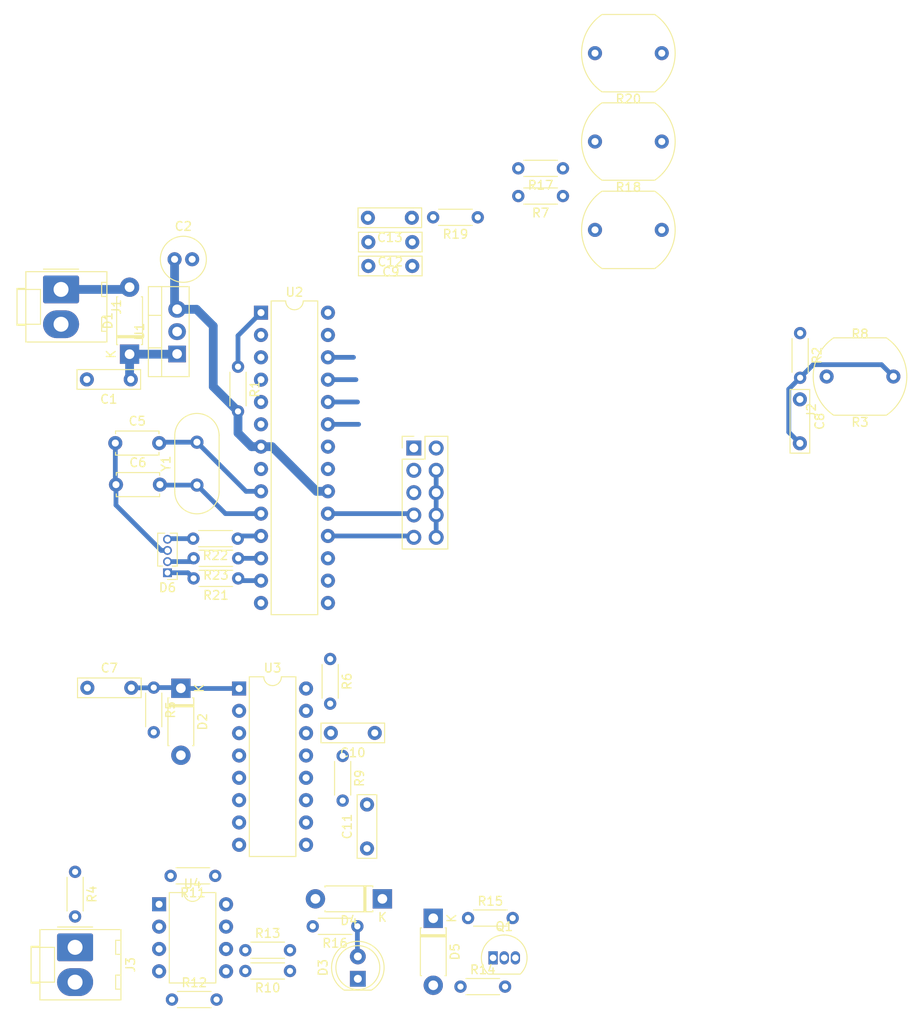
<source format=kicad_pcb>
(kicad_pcb (version 20221018) (generator pcbnew)
  (layers (0 "F.Cu" signal) (31 "B.Cu" signal) (34 "B.Paste" user) (35 "F.Paste" user) (36 "B.SilkS" user "B.Silkscreen") (37 "F.SilkS" user "F.Silkscreen") (38 "B.Mask" user) (39 "F.Mask" user) (44 "Edge.Cuts" user))
  (net 0 "")
  (net 1 "Net-(D1-K)")
  (net 2 "GND")
  (net 3 "+5V")
  (net 4 "/XTAL1")
  (net 5 "/XTAL2")
  (net 6 "Net-(U4A--)")
  (net 7 "/SUN/LDR1")
  (net 8 "/SUN/LDR2")
  (net 9 "Net-(U3A-Cext)")
  (net 10 "Net-(C11-Pad2)")
  (net 11 "/SUN/LDR3")
  (net 12 "/SUN/LDR4")
  (net 13 "Net-(D1-A)")
  (net 14 "Net-(D2-K)")
  (net 15 "Net-(D3-A)")
  (net 16 "/WIND/OUT")
  (net 17 "Net-(D4-A)")
  (net 18 "Net-(D5-A)")
  (net 19 "/MOSI")
  (net 21 "/RST")
  (net 22 "/SCK")
  (net 23 "/MISO")
  (net 24 "Net-(J3-Pin_1)")
  (net 25 "Net-(Q1-B)")
  (net 26 "Net-(U3A-Q)")
  (net 27 "Net-(U4B-+)")
  (net 28 "Net-(U4B--)")
  (net 29 "/WIND/SECURITY")
  (net 33 "Net-(D6-RA)")
  (net 34 "Net-(D6-BA)")
  (net 35 "Net-(D6-GA)")
  (net 40 "/SDA")
  (net 41 "/SCL")
  (net 45 "Net-(U2-PD5)")
  (net 46 "Net-(U2-PD6)")
  (net 47 "Net-(U2-PD7)")
  (footprint "Resistor_THT:R_Axial_DIN0204_L3.6mm_D1.6mm_P5.08mm_Horizontal" (layer "F.Cu") (at 165.7604 148.59)
    (fp_text reference "R12" (at 2.54 -1.92) (layer "F.SilkS"))
    (fp_text value "47k")
    (pad "1" thru_hole circle (at 0 0) (size 1.4 1.4) (drill 0.7) (layers "*.Cu" "*.Mask") (net 2 "GND"))
    (pad "2" thru_hole oval (at 5.08 0) (size 1.4 1.4) (drill 0.7) (layers "*.Cu" "*.Mask") (net 28 "Net-(U4B--)"))
  )
  (footprint "Connector_Molex:Molex_KK-396_A-41791-0002_1x02_P3.96mm_Vertical" (layer "F.Cu") (at 154.7368 142.6488 -90)
    (fp_text reference "J3" (at 1.98 -6.31 90) (layer "F.SilkS"))
    (fp_text value "Wind")
    (pad "1" thru_hole roundrect (at 0 0 270) (size 3.16 4.1) (drill 1.7) (layers "*.Cu" "*.Mask") (roundrect_rratio 0.079114) (net 24 "Net-(J3-Pin_1)"))
    (pad "2" thru_hole oval (at 3.96 0 270) (size 3.16 4.1) (drill 1.7) (layers "*.Cu" "*.Mask") (net 2 "GND"))
  )
  (footprint "Package_TO_SOT_THT:TO-92_Inline" (layer "F.Cu") (at 202.311 143.8446)
    (fp_text reference "Q1" (at 1.27 -3.56) (layer "F.SilkS"))
    (fp_text value "BC337")
    (pad "1" thru_hole rect (at 0 0) (size 1.05 1.5) (drill 0.75) (layers "*.Cu" "*.Mask") (net 18 "Net-(D5-A)"))
    (pad "2" thru_hole oval (at 1.27 0) (size 1.05 1.5) (drill 0.75) (layers "*.Cu" "*.Mask") (net 25 "Net-(Q1-B)"))
    (pad "3" thru_hole oval (at 2.54 0) (size 1.05 1.5) (drill 0.75) (layers "*.Cu" "*.Mask") (net 2 "GND"))
  )
  (footprint "Connector_PinHeader_1.27mm:PinHeader_1x04_P1.27mm_Vertical" (layer "F.Cu") (at 165.2524 100.0456 180)
    (fp_text reference "D6" (at 0 -1.695) (layer "F.SilkS"))
    (fp_text value "LED_RBKG")
    (pad "1" thru_hole rect (at 0 0 180) (size 1 1) (drill 0.65) (layers "*.Cu" "*.Mask") (net 33 "Net-(D6-RA)"))
    (pad "2" thru_hole oval (at 0 1.27 180) (size 1 1) (drill 0.65) (layers "*.Cu" "*.Mask") (net 34 "Net-(D6-BA)"))
    (pad "3" thru_hole oval (at 0 2.54 180) (size 1 1) (drill 0.65) (layers "*.Cu" "*.Mask") (net 2 "GND"))
    (pad "4" thru_hole oval (at 0 3.81 180) (size 1 1) (drill 0.65) (layers "*.Cu" "*.Mask") (net 35 "Net-(D6-GA)"))
  )
  (footprint "Resistor_THT:R_Axial_DIN0204_L3.6mm_D1.6mm_P5.08mm_Horizontal" (layer "F.Cu") (at 179.197 145.3388 180)
    (fp_text reference "R10" (at 2.54 -1.92) (layer "F.SilkS"))
    (fp_text value "10k")
    (pad "1" thru_hole circle (at 0 0 180) (size 1.4 1.4) (drill 0.7) (layers "*.Cu" "*.Mask") (net 10 "Net-(C11-Pad2)"))
    (pad "2" thru_hole oval (at 5.08 0 180) (size 1.4 1.4) (drill 0.7) (layers "*.Cu" "*.Mask") (net 27 "Net-(U4B-+)"))
  )
  (footprint "Resistor_THT:R_Axial_DIN0204_L3.6mm_D1.6mm_P5.08mm_Horizontal" (layer "F.Cu") (at 237.2614 72.7856 -90)
    (fp_text reference "R2" (at 2.54 -1.92 90) (layer "F.SilkS"))
    (fp_text value "100k")
    (pad "1" thru_hole circle (at 0 0 270) (size 1.4 1.4) (drill 0.7) (layers "*.Cu" "*.Mask") (net 3 "+5V"))
    (pad "2" thru_hole oval (at 5.08 0 270) (size 1.4 1.4) (drill 0.7) (layers "*.Cu" "*.Mask") (net 7 "/SUN/LDR1"))
  )
  (footprint "Resistor_THT:R_Axial_DIN0204_L3.6mm_D1.6mm_P5.08mm_Horizontal" (layer "F.Cu") (at 170.688 134.5184 180)
    (fp_text reference "R11" (at 2.54 -1.92) (layer "F.SilkS"))
    (fp_text value "10k")
    (pad "1" thru_hole circle (at 0 0 180) (size 1.4 1.4) (drill 0.7) (layers "*.Cu" "*.Mask") (net 3 "+5V"))
    (pad "2" thru_hole oval (at 5.08 0 180) (size 1.4 1.4) (drill 0.7) (layers "*.Cu" "*.Mask") (net 28 "Net-(U4B--)"))
  )
  (footprint "Capacitor_THT:C_Disc_D4.7mm_W2.5mm_P5.00mm" (layer "F.Cu") (at 159.3126 85.2932)
    (fp_text reference "C5" (at 2.5 -2.5) (layer "F.SilkS"))
    (fp_text value "22pF")
    (pad "1" thru_hole circle (at 0 0) (size 1.6 1.6) (drill 0.8) (layers "*.Cu" "*.Mask") (net 2 "GND"))
    (pad "2" thru_hole circle (at 5 0) (size 1.6 1.6) (drill 0.8) (layers "*.Cu" "*.Mask") (net 4 "/XTAL1"))
  )
  (footprint "Capacitor_THT:C_Rect_L7.0mm_W2.0mm_P5.00mm" (layer "F.Cu") (at 161.0722 78.0542 180)
    (fp_text reference "C1" (at 2.5 -2.25) (layer "F.SilkS"))
    (fp_text value "1nF")
    (pad "1" thru_hole circle (at 0 0 180) (size 1.6 1.6) (drill 0.8) (layers "*.Cu" "*.Mask") (net 1 "Net-(D1-K)"))
    (pad "2" thru_hole circle (at 5 0 180) (size 1.6 1.6) (drill 0.8) (layers "*.Cu" "*.Mask") (net 2 "GND"))
  )
  (footprint "Diode_THT:D_DO-41_SOD81_P7.62mm_Horizontal" (layer "F.Cu") (at 166.7764 113.1824 -90)
    (fp_text reference "D2" (at 3.81 -2.47 90) (layer "F.SilkS"))
    (fp_text value "1N4818")
    (fp_text user "K" (at 0 -2.1 90) (layer "F.SilkS"))
    (pad "1" thru_hole rect (at 0 0 270) (size 2.2 2.2) (drill 1.1) (layers "*.Cu" "*.Mask") (net 14 "Net-(D2-K)"))
    (pad "2" thru_hole oval (at 7.62 0 270) (size 2.2 2.2) (drill 1.1) (layers "*.Cu" "*.Mask") (net 2 "GND"))
  )
  (footprint "Diode_THT:D_DO-41_SOD81_P7.62mm_Horizontal" (layer "F.Cu") (at 160.9378 75.1828 90)
    (fp_text reference "D1" (at 3.81 -2.47 90) (layer "F.SilkS"))
    (fp_text value "1N4818")
    (fp_text user "K" (at 0 -2.1 90) (layer "F.SilkS"))
    (pad "1" thru_hole rect (at 0 0 90) (size 2.2 2.2) (drill 1.1) (layers "*.Cu" "*.Mask") (net 1 "Net-(D1-K)"))
    (pad "2" thru_hole oval (at 7.62 0 90) (size 2.2 2.2) (drill 1.1) (layers "*.Cu" "*.Mask") (net 13 "Net-(D1-A)"))
  )
  (footprint "Capacitor_THT:C_Rect_L7.0mm_W2.0mm_P5.00mm" (layer "F.Cu") (at 237.236 80.3186 -90)
    (fp_text reference "C8" (at 2.5 -2.25 90) (layer "F.SilkS"))
    (fp_text value "100nF")
    (pad "1" thru_hole circle (at 0 0 270) (size 1.6 1.6) (drill 0.8) (layers "*.Cu" "*.Mask") (net 2 "GND"))
    (pad "2" thru_hole circle (at 5 0 270) (size 1.6 1.6) (drill 0.8) (layers "*.Cu" "*.Mask") (net 7 "/SUN/LDR1"))
  )
  (footprint "Capacitor_THT:C_Disc_D4.7mm_W2.5mm_P5.00mm" (layer "F.Cu") (at 159.3888 90.0176)
    (fp_text reference "C6" (at 2.5 -2.5) (layer "F.SilkS"))
    (fp_text value "22pF")
    (pad "1" thru_hole circle (at 0 0) (size 1.6 1.6) (drill 0.8) (layers "*.Cu" "*.Mask") (net 2 "GND"))
    (pad "2" thru_hole circle (at 5 0) (size 1.6 1.6) (drill 0.8) (layers "*.Cu" "*.Mask") (net 5 "/XTAL2"))
  )
  (footprint "Resistor_THT:R_Axial_DIN0204_L3.6mm_D1.6mm_P5.08mm_Horizontal" (layer "F.Cu") (at 199.4662 139.319)
    (fp_text reference "R15" (at 2.54 -1.92) (layer "F.SilkS"))
    (fp_text value "10k")
    (pad "1" thru_hole circle (at 0 0) (size 1.4 1.4) (drill 0.7) (layers "*.Cu" "*.Mask") (net 18 "Net-(D5-A)"))
    (pad "2" thru_hole oval (at 5.08 0) (size 1.4 1.4) (drill 0.7) (layers "*.Cu" "*.Mask") (net 3 "+5V"))
  )
  (footprint "Resistor_THT:R_Axial_DIN0204_L3.6mm_D1.6mm_P5.08mm_Horizontal" (layer "F.Cu") (at 174.117 142.9766)
    (fp_text reference "R13" (at 2.54 -1.92) (layer "F.SilkS"))
    (fp_text value "10k")
    (pad "1" thru_hole circle (at 0 0) (size 1.4 1.4) (drill 0.7) (layers "*.Cu" "*.Mask") (net 27 "Net-(U4B-+)"))
    (pad "2" thru_hole oval (at 5.08 0) (size 1.4 1.4) (drill 0.7) (layers "*.Cu" "*.Mask") (net 17 "Net-(D4-A)"))
  )
  (footprint "Connector_PinHeader_2.54mm:PinHeader_2x05_P2.54mm_Vertical" (layer "F.Cu") (at 193.294 85.852)
    (fp_text reference "J2" (at 45.2442 -4.2526 90) (layer "F.SilkS"))
    (fp_text value "SPI_Programming")
    (pad "1" thru_hole rect (at 0 0) (size 1.7 1.7) (drill 1) (layers "*.Cu" "*.Mask") (net 19 "/MOSI"))
    (pad "2" thru_hole oval (at 2.54 0) (size 1.7 1.7) (drill 1) (layers "*.Cu" "*.Mask") (net 3 "+5V"))
    (pad "3" thru_hole oval (at 0 2.54) (size 1.7 1.7) (drill 1) (layers "*.Cu" "*.Mask"))
    (pad "4" thru_hole oval (at 2.54 2.54) (size 1.7 1.7) (drill 1) (layers "*.Cu" "*.Mask") (net 2 "GND"))
    (pad "5" thru_hole oval (at 0 5.08) (size 1.7 1.7) (drill 1) (layers "*.Cu" "*.Mask") (net 21 "/RST"))
    (pad "6" thru_hole oval (at 2.54 5.08) (size 1.7 1.7) (drill 1) (layers "*.Cu" "*.Mask") (net 2 "GND"))
    (pad "7" thru_hole oval (at 0 7.62) (size 1.7 1.7) (drill 1) (layers "*.Cu" "*.Mask") (net 22 "/SCK"))
    (pad "8" thru_hole oval (at 2.54 7.62) (size 1.7 1.7) (drill 1) (layers "*.Cu" "*.Mask") (net 2 "GND"))
    (pad "9" thru_hole oval (at 0 10.16) (size 1.7 1.7) (drill 1) (layers "*.Cu" "*.Mask") (net 23 "/MISO"))
    (pad "10" thru_hole oval (at 2.54 10.16) (size 1.7 1.7) (drill 1) (layers "*.Cu" "*.Mask") (net 2 "GND"))
  )
  (footprint "Resistor_THT:R_Axial_DIN0204_L3.6mm_D1.6mm_P5.08mm_Horizontal" (layer "F.Cu") (at 198.6026 147.1168)
    (fp_text reference "R14" (at 2.54 -1.92) (layer "F.SilkS"))
    (fp_text value "10k")
    (pad "1" thru_hole circle (at 0 0) (size 1.4 1.4) (drill 0.7) (layers "*.Cu" "*.Mask") (net 29 "/WIND/SECURITY"))
    (pad "2" thru_hole oval (at 5.08 0) (size 1.4 1.4) (drill 0.7) (layers "*.Cu" "*.Mask") (net 25 "Net-(Q1-B)"))
  )
  (footprint "Capacitor_THT:C_Radial_D5.0mm_H11.0mm_P2.00mm" (layer "F.Cu") (at 166.0592 64.3878)
    (fp_text reference "C2" (at 1 -3.75) (layer "F.SilkS"))
    (fp_text value "4.7uF")
    (pad "1" thru_hole circle (at 0 0) (size 1.6 1.6) (drill 0.8) (layers "*.Cu" "*.Mask") (net 3 "+5V"))
    (pad "2" thru_hole circle (at 2 0) (size 1.6 1.6) (drill 0.8) (layers "*.Cu" "*.Mask") (net 2 "GND"))
  )
  (footprint "Resistor_THT:R_Axial_DIN0204_L3.6mm_D1.6mm_P5.08mm_Horizontal" (layer "F.Cu") (at 210.2634 54.0446 180)
    (fp_text reference "R17" (at 2.54 -1.92) (layer "F.SilkS"))
    (fp_text value "100k")
    (pad "1" thru_hole circle (at 0 0 180) (size 1.4 1.4) (drill 0.7) (layers "*.Cu" "*.Mask") (net 3 "+5V"))
    (pad "2" thru_hole oval (at 5.08 0 180) (size 1.4 1.4) (drill 0.7) (layers "*.Cu" "*.Mask") (net 11 "/SUN/LDR3"))
  )
  (footprint "Package_DIP:DIP-8_W7.62mm" (layer "F.Cu") (at 164.2972 137.7542)
    (fp_text reference "U4" (at 3.81 -2.33) (layer "F.SilkS"))
    (fp_text value "TL082")
    (pad "1" thru_hole rect (at 0 0) (size 1.6 1.6) (drill 0.8) (layers "*.Cu" "*.Mask") (net 6 "Net-(U4A--)"))
    (pad "2" thru_hole oval (at 0 2.54) (size 1.6 1.6) (drill 0.8) (layers "*.Cu" "*.Mask") (net 6 "Net-(U4A--)"))
    (pad "3" thru_hole oval (at 0 5.08) (size 1.6 1.6) (drill 0.8) (layers "*.Cu" "*.Mask") (net 24 "Net-(J3-Pin_1)"))
    (pad "4" thru_hole oval (at 0 7.62) (size 1.6 1.6) (drill 0.8) (layers "*.Cu" "*.Mask") (net 2 "GND"))
    (pad "5" thru_hole oval (at 7.62 7.62) (size 1.6 1.6) (drill 0.8) (layers "*.Cu" "*.Mask") (net 27 "Net-(U4B-+)"))
    (pad "6" thru_hole oval (at 7.62 5.08) (size 1.6 1.6) (drill 0.8) (layers "*.Cu" "*.Mask") (net 28 "Net-(U4B--)"))
    (pad "7" thru_hole oval (at 7.62 2.54) (size 1.6 1.6) (drill 0.8) (layers "*.Cu" "*.Mask") (net 17 "Net-(D4-A)"))
    (pad "8" thru_hole oval (at 7.62 0) (size 1.6 1.6) (drill 0.8) (layers "*.Cu" "*.Mask") (net 3 "+5V"))
  )
  (footprint "Resistor_THT:R_Axial_DIN0204_L3.6mm_D1.6mm_P5.08mm_Horizontal" (layer "F.Cu") (at 210.2634 57.1946 180)
    (fp_text reference "R7" (at 2.54 -1.92) (layer "F.SilkS"))
    (fp_text value "100k")
    (pad "1" thru_hole circle (at 0 0 180) (size 1.4 1.4) (drill 0.7) (layers "*.Cu" "*.Mask") (net 3 "+5V"))
    (pad "2" thru_hole oval (at 5.08 0 180) (size 1.4 1.4) (drill 0.7) (layers "*.Cu" "*.Mask") (net 8 "/SUN/LDR2"))
  )
  (footprint "Capacitor_THT:C_Rect_L7.0mm_W2.0mm_P5.00mm" (layer "F.Cu") (at 193.1124 62.4332 180)
    (fp_text reference "C12" (at 2.5 -2.25) (layer "F.SilkS"))
    (fp_text value "100nF")
    (pad "1" thru_hole circle (at 0 0 180) (size 1.6 1.6) (drill 0.8) (layers "*.Cu" "*.Mask") (net 2 "GND"))
    (pad "2" thru_hole circle (at 5 0 180) (size 1.6 1.6) (drill 0.8) (layers "*.Cu" "*.Mask") (net 11 "/SUN/LDR3"))
  )
  (footprint "OptoDevice:R_LDR_10x8.5mm_P7.6mm_Vertical" (layer "F.Cu") (at 221.5134 40.9446 180)
    (fp_text reference "R20" (at 3.8 -5.2) (layer "F.SilkS"))
    (fp_text value "LDR03")
    (pad "1" thru_hole circle (at 0 0 180) (size 1.6 1.6) (drill 0.8) (layers "*.Cu" "*.Mask") (net 12 "/SUN/LDR4"))
    (pad "2" thru_hole circle (at 7.6 0 180) (size 1.6 1.6) (drill 0.8) (layers "*.Cu" "*.Mask") (net 2 "GND"))
  )
  (footprint "Resistor_THT:R_Axial_DIN0204_L3.6mm_D1.6mm_P5.08mm_Horizontal" (layer "F.Cu") (at 186.8678 140.2588 180)
    (fp_text reference "R16" (at 2.54 -1.92) (layer "F.SilkS"))
    (fp_text value "10k")
    (pad "1" thru_hole circle (at 0 0 180) (size 1.4 1.4) (drill 0.7) (layers "*.Cu" "*.Mask") (net 15 "Net-(D3-A)"))
    (pad "2" thru_hole oval (at 5.08 0 180) (size 1.4 1.4) (drill 0.7) (layers "*.Cu" "*.Mask") (net 17 "Net-(D4-A)"))
  )
  (footprint "Capacitor_THT:C_Rect_L7.0mm_W2.0mm_P5.00mm" (layer "F.Cu") (at 188.8452 118.2624 180)
    (fp_text reference "C10" (at 2.5 -2.25) (layer "F.SilkS"))
    (fp_text value "1nF")
    (pad "1" thru_hole circle (at 0 0 180) (size 1.6 1.6) (drill 0.8) (layers "*.Cu" "*.Mask") (net 2 "GND"))
    (pad "2" thru_hole circle (at 5 0 180) (size 1.6 1.6) (drill 0.8) (layers "*.Cu" "*.Mask") (net 9 "Net-(U3A-Cext)"))
  )
  (footprint "Capacitor_THT:C_Rect_L7.0mm_W2.0mm_P5.00mm" (layer "F.Cu") (at 193.1124 65.151 180)
    (fp_text reference "C9" (at 2.4346 -0.6752) (layer "F.SilkS"))
    (fp_text value "100nF")
    (pad "1" thru_hole circle (at 0 0 180) (size 1.6 1.6) (drill 0.8) (layers "*.Cu" "*.Mask") (net 2 "GND"))
    (pad "2" thru_hole circle (at 5 0 180) (size 1.6 1.6) (drill 0.8) (layers "*.Cu" "*.Mask") (net 8 "/SUN/LDR2"))
  )
  (footprint "Resistor_THT:R_Axial_DIN0204_L3.6mm_D1.6mm_P5.08mm_Horizontal" (layer "F.Cu") (at 173.2534 96.1644 180)
    (fp_text reference "R22" (at 2.54 -1.92) (layer "F.SilkS"))
    (fp_text value "270")
    (pad "1" thru_hole circle (at 0 0 180) (size 1.4 1.4) (drill 0.7) (layers "*.Cu" "*.Mask") (net 45 "Net-(U2-PD5)"))
    (pad "2" thru_hole oval (at 5.08 0 180) (size 1.4 1.4) (drill 0.7) (layers "*.Cu" "*.Mask") (net 35 "Net-(D6-GA)"))
  )
  (footprint "Capacitor_THT:C_Rect_L7.0mm_W2.0mm_P5.00mm" (layer "F.Cu") (at 187.96 131.405 90)
    (fp_text reference "C11" (at 2.5 -2.25 90) (layer "F.SilkS"))
    (fp_text value "1nF")
    (pad "1" thru_hole circle (at 0 0 90) (size 1.6 1.6) (drill 0.8) (layers "*.Cu" "*.Mask") (net 2 "GND"))
    (pad "2" thru_hole circle (at 5 0 90) (size 1.6 1.6) (drill 0.8) (layers "*.Cu" "*.Mask") (net 10 "Net-(C11-Pad2)"))
  )
  (footprint "Package_TO_SOT_THT:TO-220-3_Vertical" (layer "F.Cu") (at 166.348 75.1574 90)
    (fp_text reference "U1" (at 2.54 -4.27 90) (layer "F.SilkS"))
    (fp_text value "L7805")
    (pad "1" thru_hole rect (at 0 0 90) (size 1.905 2) (drill 1.1) (layers "*.Cu" "*.Mask") (net 1 "Net-(D1-K)"))
    (pad "2" thru_hole oval (at 2.54 0 90) (size 1.905 2) (drill 1.1) (layers "*.Cu" "*.Mask") (net 2 "GND"))
    (pad "3" thru_hole oval (at 5.08 0 90) (size 1.905 2) (drill 1.1) (layers "*.Cu" "*.Mask") (net 3 "+5V"))
  )
  (footprint "Package_DIP:DIP-28_W7.62mm" (layer "F.Cu") (at 175.895 70.4596)
    (fp_text reference "U2" (at 3.81 -2.33) (layer "F.SilkS"))
    (fp_text value "ATmega328P-P")
    (pad "1" thru_hole rect (at 0 0) (size 1.6 1.6) (drill 0.8) (layers "*.Cu" "*.Mask") (net 21 "/RST"))
    (pad "2" thru_hole oval (at 0 2.54) (size 1.6 1.6) (drill 0.8) (layers "*.Cu" "*.Mask"))
    (pad "3" thru_hole oval (at 0 5.08) (size 1.6 1.6) (drill 0.8) (layers "*.Cu" "*.Mask"))
    (pad "4" thru_hole oval (at 0 7.62) (size 1.6 1.6) (drill 0.8) (layers "*.Cu" "*.Mask") (net 16 "/WIND/OUT"))
    (pad "5" thru_hole oval (at 0 10.16) (size 1.6 1.6) (drill 0.8) (layers "*.Cu" "*.Mask") (net 29 "/WIND/SECURITY"))
    (pad "6" thru_hole oval (at 0 12.7) (size 1.6 1.6) (drill 0.8) (layers "*.Cu" "*.Mask"))
    (pad "7" thru_hole oval (at 0 15.24) (size 1.6 1.6) (drill 0.8) (layers "*.Cu" "*.Mask") (net 3 "+5V"))
    (pad "8" thru_hole oval (at 0 17.78) (size 1.6 1.6) (drill 0.8) (layers "*.Cu" "*.Mask") (net 2 "GND"))
    (pad "9" thru_hole oval (at 0 20.32) (size 1.6 1.6) (drill 0.8) (layers "*.Cu" "*.Mask") (net 4 "/XTAL1"))
    (pad "10" thru_hole oval (at 0 22.86) (size 1.6 1.6) (drill 0.8) (layers "*.Cu" "*.Mask") (net 5 "/XTAL2"))
    (pad "11" thru_hole oval (at 0 25.4) (size 1.6 1.6) (drill 0.8) (layers "*.Cu" "*.Mask") (net 45 "Net-(U2-PD5)"))
    (pad "12" thru_hole oval (at 0 27.94) (size 1.6 1.6) (drill 0.8) (layers "*.Cu" "*.Mask") (net 46 "Net-(U2-PD6)"))
    (pad "13" thru_hole oval (at 0 30.48) (size 1.6 1.6) (drill 0.8) (layers "*.Cu" "*.Mask") (net 47 "Net-(U2-PD7)"))
    (pad "14" thru_hole oval (at 0 33.02) (size 1.6 1.6) (drill 0.8) (layers "*.Cu" "*.Mask"))
    (pad "15" thru_hole oval (at 7.62 33.02) (size 1.6 1.6) (drill 0.8) (layers "*.Cu" "*.Mask"))
    (pad "16" thru_hole oval (at 7.62 30.48) (size 1.6 1.6) (drill 0.8) (layers "*.Cu" "*.Mask"))
    (pad "17" thru_hole oval (at 7.62 27.94) (size 1.6 1.6) (drill 0.8) (layers "*.Cu" "*.Mask") (net 19 "/MOSI"))
    (pad "18" thru_hole oval (at 7.62 25.4) (size 1.6 1.6) (drill 0.8) (layers "*.Cu" "*.Mask") (net 23 "/MISO"))
    (pad "19" thru_hole oval (at 7.62 22.86) (size 1.6 1.6) (drill 0.8) (layers "*.Cu" "*.Mask") (net 22 "/SCK"))
    (pad "20" thru_hole oval (at 7.62 20.32) (size 1.6 1.6) (drill 0.8) (layers "*.Cu" "*.Mask") (net 3 "+5V"))
    (pad "21" thru_hole oval (at 7.62 17.78) (size 1.6 1.6) (drill 0.8) (layers "*.Cu" "*.Mask"))
    (pad "22" thru_hole oval (at 7.62 15.24) (size 1.6 1.6) (drill 0.8) (layers "*.Cu" "*.Mask") (net 2 "GND"))
    (pad "23" thru_hole oval (at 7.62 12.7) (size 1.6 1.6) (drill 0.8) (layers "*.Cu" "*.Mask") (net 7 "/SUN/LDR1"))
    (pad "24" thru_hole oval (at 7.62 10.16) (size 1.6 1.6) (drill 0.8) (layers "*.Cu" "*.Mask") (net 8 "/SUN/LDR2"))
    (pad "25" thru_hole oval (at 7.62 7.62) (size 1.6 1.6) (drill 0.8) (layers "*.Cu" "*.Mask") (net 11 "/SUN/LDR3"))
    (pad "26" thru_hole oval (at 7.62 5.08) (size 1.6 1.6) (drill 0.8) (layers "*.Cu" "*.Mask") (net 12 "/SUN/LDR4"))
    (pad "27" thru_hole oval (at 7.62 2.54) (size 1.6 1.6) (drill 0.8) (layers "*.Cu" "*.Mask") (net 40 "/SDA"))
    (pad "28" thru_hole oval (at 7.62 0) (size 1.6 1.6) (drill 0.8) (layers "*.Cu" "*.Mask") (net 41 "/SCL"))
  )
  (footprint "Capacitor_THT:C_Rect_L7.0mm_W2.0mm_P5.00mm" (layer "F.Cu") (at 156.1338 113.1316)
    (fp_text reference "C7" (at 2.5 -2.25) (layer "F.SilkS"))
    (fp_text value "1nF")
    (pad "1" thru_hole circle (at 0 0) (size 1.6 1.6) (drill 0.8) (layers "*.Cu" "*.Mask") (net 6 "Net-(U4A--)"))
    (pad "2" thru_hole circle (at 5 0) (size 1.6 1.6) (drill 0.8) (layers "*.Cu" "*.Mask") (net 14 "Net-(D2-K)"))
  )
  (footprint "Resistor_THT:R_Axial_DIN0204_L3.6mm_D1.6mm_P5.08mm_Horizontal" (layer "F.Cu") (at 183.769 109.855 -90)
    (fp_text reference "R6" (at 2.54 -1.92 90) (layer "F.SilkS"))
    (fp_text value "100k")
    (pad "1" thru_hole circle (at 0 0 270) (size 1.4 1.4) (drill 0.7) (layers "*.Cu" "*.Mask") (net 3 "+5V"))
    (pad "2" thru_hole oval (at 5.08 0 270) (size 1.4 1.4) (drill 0.7) (layers "*.Cu" "*.Mask") (net 9 "Net-(U3A-Cext)"))
  )
  (footprint "LED_THT:LED_D5.0mm" (layer "F.Cu") (at 186.9186 146.2278 90)
    (fp_text reference "D3" (at 1.27 -3.96 90) (layer "F.SilkS"))
    (fp_text value "LED")
    (pad "1" thru_hole rect (at 0 0 90) (size 1.8 1.8) (drill 0.9) (layers "*.Cu" "*.Mask") (net 2 "GND"))
    (pad "2" thru_hole circle (at 2.54 0 90) (size 1.8 1.8) (drill 0.9) (layers "*.Cu" "*.Mask") (net 15 "Net-(D3-A)"))
  )
  (footprint "Resistor_THT:R_Axial_DIN0204_L3.6mm_D1.6mm_P5.08mm_Horizontal" (layer "F.Cu") (at 200.5692 59.6138 180)
    (fp_text reference "R19" (at 2.54 -1.92) (layer "F.SilkS"))
    (fp_text value "100k")
    (pad "1" thru_hole circle (at 0 0 180) (size 1.4 1.4) (drill 0.7) (layers "*.Cu" "*.Mask") (net 3 "+5V"))
    (pad "2" thru_hole oval (at 5.08 0 180) (size 1.4 1.4) (drill 0.7) (layers "*.Cu" "*.Mask") (net 12 "/SUN/LDR4"))
  )
  (footprint "Resistor_THT:R_Axial_DIN0204_L3.6mm_D1.6mm_P5.08mm_Horizontal" (layer "F.Cu") (at 185.1914 120.8786 -90)
    (fp_text reference "R9" (at 2.54 -1.92 90) (layer "F.SilkS"))
    (fp_text value "10k")
    (pad "1" thru_hole circle (at 0 0 270) (size 1.4 1.4) (drill 0.7) (layers "*.Cu" "*.Mask") (net 26 "Net-(U3A-Q)"))
    (pad "2" thru_hole oval (at 5.08 0 270) (size 1.4 1.4) (drill 0.7) (layers "*.Cu" "*.Mask") (net 10 "Net-(C11-Pad2)"))
  )
  (footprint "Resistor_THT:R_Axial_DIN0204_L3.6mm_D1.6mm_P5.08mm_Horizontal" (layer "F.Cu") (at 173.3042 98.3996 180)
    (fp_text reference "R23" (at 2.54 -1.92) (layer "F.SilkS"))
    (fp_text value "270")
    (pad "1" thru_hole circle (at 0 0 180) (size 1.4 1.4) (drill 0.7) (layers "*.Cu" "*.Mask") (net 46 "Net-(U2-PD6)"))
    (pad "2" thru_hole oval (at 5.08 0 180) (size 1.4 1.4) (drill 0.7) (layers "*.Cu" "*.Mask") (net 34 "Net-(D6-BA)"))
  )
  (footprint "Capacitor_THT:C_Rect_L7.0mm_W2.0mm_P5.00mm" (layer "F.Cu") (at 193.0616 59.6646 180)
    (fp_text reference "C13" (at 2.5 -2.25) (layer "F.SilkS"))
    (fp_text value "100nF")
    (pad "1" thru_hole circle (at 0 0 180) (size 1.6 1.6) (drill 0.8) (layers "*.Cu" "*.Mask") (net 2 "GND"))
    (pad "2" thru_hole circle (at 5 0 180) (size 1.6 1.6) (drill 0.8) (layers "*.Cu" "*.Mask") (net 12 "/SUN/LDR4"))
  )
  (footprint "Resistor_THT:R_Axial_DIN0204_L3.6mm_D1.6mm_P5.08mm_Horizontal" (layer "F.Cu") (at 163.6884 113.1062 -90)
    (fp_text reference "R5" (at 2.54 -1.92 90) (layer "F.SilkS"))
    (fp_text value "270k")
    (pad "1" thru_hole circle (at 0 0 270) (size 1.4 1.4) (drill 0.7) (layers "*.Cu" "*.Mask") (net 14 "Net-(D2-K)"))
    (pad "2" thru_hole oval (at 5.08 0 270) (size 1.4 1.4) (drill 0.7) (layers "*.Cu" "*.Mask") (net 2 "GND"))
  )
  (footprint "Resistor_THT:R_Axial_DIN0204_L3.6mm_D1.6mm_P5.08mm_Horizontal" (layer "F.Cu") (at 154.7368 134.0612 -90)
    (fp_text reference "R4" (at 2.54 -1.92 90) (layer "F.SilkS"))
    (fp_text value "470k")
    (pad "1" thru_hole circle (at 0 0 270) (size 1.4 1.4) (drill 0.7) (layers "*.Cu" "*.Mask") (net 3 "+5V"))
    (pad "2" thru_hole oval (at 5.08 0 270) (size 1.4 1.4) (drill 0.7) (layers "*.Cu" "*.Mask") (net 24 "Net-(J3-Pin_1)"))
  )
  (footprint "OptoDevice:R_LDR_10x8.5mm_P7.6mm_Vertical" (layer "F.Cu") (at 221.5134 61.0446 180)
    (fp_text reference "R8" (at -22.5652 -11.8294) (layer "F.SilkS"))
    (fp_text value "LDR03")
    (pad "1" thru_hole circle (at 0 0 180) (size 1.6 1.6) (drill 0.8) (layers "*.Cu" "*.Mask") (net 8 "/SUN/LDR2"))
    (pad "2" thru_hole circle (at 7.6 0 180) (size 1.6 1.6) (drill 0.8) (layers "*.Cu" "*.Mask") (net 2 "GND"))
  )
  (footprint "Crystal:Crystal_HC49-4H_Vertical" (layer "F.Cu") (at 168.6052 90.0716 90)
    (fp_text reference "Y1" (at 2.44 -3.525 90) (layer "F.SilkS"))
    (fp_text value "16MHz")
    (pad "1" thru_hole circle (at 0 0 90) (size 1.5 1.5) (drill 0.8) (layers "*.Cu" "*.Mask") (net 5 "/XTAL2"))
    (pad "2" thru_hole circle (at 4.88 0 90) (size 1.5 1.5) (drill 0.8) (layers "*.Cu" "*.Mask") (net 4 "/XTAL1"))
  )
  (footprint "Diode_THT:D_DO-41_SOD81_P7.62mm_Horizontal" (layer "F.Cu") (at 195.5038 139.3444 -90)
    (fp_text reference "D5" (at 3.81 -2.47 90) (layer "F.SilkS"))
    (fp_text value "1N4818")
    (fp_text user "K" (at 0 -2.1 90) (layer "F.SilkS"))
    (pad "1" thru_hole rect (at 0 0 270) (size 2.2 2.2) (drill 1.1) (layers "*.Cu" "*.Mask") (net 16 "/WIND/OUT"))
    (pad "2" thru_hole oval (at 7.62 0 270) (size 2.2 2.2) (drill 1.1) (layers "*.Cu" "*.Mask") (net 18 "Net-(D5-A)"))
  )
  (footprint "Package_DIP:DIP-16_W7.62mm" (layer "F.Cu") (at 173.4058 113.2078)
    (fp_text reference "U3" (at 3.81 -2.33) (layer "F.SilkS"))
    (fp_text value "74HC123")
    (pad "1" thru_hole rect (at 0 0) (size 1.6 1.6) (drill 0.8) (layers "*.Cu" "*.Mask") (net 14 "Net-(D2-K)"))
    (pad "2" thru_hole oval (at 0 2.54) (size 1.6 1.6) (drill 0.8) (layers "*.Cu" "*.Mask"))
    (pad "3" thru_hole oval (at 0 5.08) (size 1.6 1.6) (drill 0.8) (layers "*.Cu" "*.Mask"))
    (pad "4" thru_hole oval (at 0 7.62) (size 1.6 1.6) (drill 0.8) (layers "*.Cu" "*.Mask"))
    (pad "5" thru_hole oval (at 0 10.16) (size 1.6 1.6) (drill 0.8) (layers "*.Cu" "*.Mask"))
    (pad "6" thru_hole oval (at 0 12.7) (size 1.6 1.6) (drill 0.8) (layers "*.Cu" "*.Mask"))
    (pad "7" thru_hole oval (at 0 15.24) (size 1.6 1.6) (drill 0.8) (layers "*.Cu" "*.Mask"))
    (pad "8" thru_hole oval (at 0 17.78) (size 1.6 1.6) (drill 0.8) (layers "*.Cu" "*.Mask") (net 2 "GND"))
    (pad "9" thru_hole oval (at 7.62 17.78) (size 1.6 1.6) (drill 0.8) (layers "*.Cu" "*.Mask"))
    (pad "10" thru_hole oval (at 7.62 15.24) (size 1.6 1.6) (drill 0.8) (layers "*.Cu" "*.Mask"))
    (pad "11" thru_hole oval (at 7.62 12.7) (size 1.6 1.6) (drill 0.8) (layers "*.Cu" "*.Mask"))
    (pad "12" thru_hole oval (at 7.62 10.16) (size 1.6 1.6) (drill 0.8) (layers "*.Cu" "*.Mask"))
    (pad "13" thru_hole oval (at 7.62 7.62) (size 1.6 1.6) (drill 0.8) (layers "*.Cu" "*.Mask") (net 26 "Net-(U3A-Q)"))
    (pad "14" thru_hole oval (at 7.62 5.08) (size 1.6 1.6) (drill 0.8) (layers "*.Cu" "*.Mask") (net 9 "Net-(U3A-Cext)"))
    (pad "15" thru_hole oval (at 7.62 2.54) (size 1.6 1.6) (drill 0.8) (layers "*.Cu" "*.Mask") (net 9 "Net-(U3A-Cext)"))
    (pad "16" thru_hole oval (at 7.62 0) (size 1.6 1.6) (drill 0.8) (layers "*.Cu" "*.Mask") (net 3 "+5V"))
  )
  (footprint "OptoDevice:R_LDR_10x8.5mm_P7.6mm_Vertical" (layer "F.Cu") (at 247.8786 77.724 180)
    (fp_text reference "R3" (at 3.8 -5.2) (layer "F.SilkS"))
    (fp_text value "LDR03")
    (pad "1" thru_hole circle (at 0 0 180) (size 1.6 1.6) (drill 0.8) (layers "*.Cu" "*.Mask") (net 7 "/SUN/LDR1"))
    (pad "2" thru_hole circle (at 7.6 0 180) (size 1.6 1.6) (drill 0.8) (layers "*.Cu" "*.Mask") (net 2 "GND"))
  )
  (footprint "Resistor_THT:R_Axial_DIN0204_L3.6mm_D1.6mm_P5.08mm_Horizontal" (layer "F.Cu") (at 173.3042 100.6856 180)
    (fp_text reference "R21" (at 2.54 -1.92) (layer "F.SilkS"))
    (fp_text value "270")
    (pad "1" thru_hole circle (at 0 0 180) (size 1.4 1.4) (drill 0.7) (layers "*.Cu" "*.Mask") (net 47 "Net-(U2-PD7)"))
    (pad "2" thru_hole oval (at 5.08 0 180) (size 1.4 1.4) (drill 0.7) (layers "*.Cu" "*.Mask") (net 33 "Net-(D6-RA)"))
  )
  (footprint "OptoDevice:R_LDR_10x8.5mm_P7.6mm_Vertical" (layer "F.Cu") (at 221.5134 50.9946 180)
    (fp_text reference "R18" (at 3.8 -5.2) (layer "F.SilkS"))
    (fp_text value "LDR03")
    (pad "1" thru_hole circle (at 0 0 180) (size 1.6 1.6) (drill 0.8) (layers "*.Cu" "*.Mask") (net 11 "/SUN/LDR3"))
    (pad "2" thru_hole circle (at 7.6 0 180) (size 1.6 1.6) (drill 0.8) (layers "*.Cu" "*.Mask") (net 2 "GND"))
  )
  (footprint "Resistor_THT:R_Axial_DIN0204_L3.6mm_D1.6mm_P5.08mm_Horizontal" (layer "F.Cu") (at 173.2788 76.6064 -90)
    (fp_text reference "R1" (at 2.54 -1.92 90) (layer "F.SilkS"))
    (fp_text value "10k")
    (pad "1" thru_hole circle (at 0 0 270) (size 1.4 1.4) (drill 0.7) (layers "*.Cu" "*.Mask") (net 21 "/RST"))
    (pad "2" thru_hole oval (at 5.08 0 270) (size 1.4 1.4) (drill 0.7) (layers "*.Cu" "*.Mask") (net 3 "+5V"))
  )
  (footprint "Diode_THT:D_DO-41_SOD81_P7.62mm_Horizontal" (layer "F.Cu") (at 189.7126 137.1346 180)
    (fp_text reference "D4" (at 3.81 -2.47) (layer "F.SilkS"))
    (fp_text value "1N4818")
    (fp_text user "K" (at 0 -2.1) (layer "F.SilkS"))
    (pad "1" thru_hole rect (at 0 0 180) (size 2.2 2.2) (drill 1.1) (layers "*.Cu" "*.Mask") (net 16 "/WIND/OUT"))
    (pad "2" thru_hole oval (at 7.62 0 180) (size 2.2 2.2) (drill 1.1) (layers "*.Cu" "*.Mask") (net 17 "Net-(D4-A)"))
  )
  (footprint "Connector_Molex:Molex_KK-396_A-41791-0002_1x02_P3.96mm_Vertical" (layer "F.Cu") (at 153.1366 67.818 -90)
    (fp_text reference "J1" (at 1.98 -6.31 90) (layer "F.SilkS"))
    (fp_text value "Battery")
    (pad "1" thru_hole roundrect (at 0 0 270) (size 3.16 4.1) (drill 1.7) (layers "*.Cu" "*.Mask") (roundrect_rratio 0.079114) (net 13 "Net-(D1-A)"))
    (pad "2" thru_hole oval (at 3.96 0 270) (size 3.16 4.1) (drill 1.7) (layers "*.Cu" "*.Mask") (net 2 "GND"))
  )
  (segment (start 166.3226 75.1828) (end 166.348 75.1574) (width 1) (layer "B.Cu") (net 1))
  (segment (start 160.9378 75.1828) (end 166.3226 75.1828) (width 1) (layer "B.Cu") (net 1))
  (segment (start 160.9378 77.9198) (end 161.0722 78.0542) (width 1) (layer "B.Cu") (net 1))
  (segment (start 160.9378 75.1828) (end 160.9378 77.9198) (width 1) (layer "B.Cu") (net 1))
  (segment (start 159.3126 89.9414) (end 159.3888 90.0176) (width 0.54) (layer "B.Cu") (net 2))
  (segment (start 159.3126 85.2932) (end 159.3126 89.9414) (width 0.54) (layer "B.Cu") (net 2))
  (segment (start 159.3888 92.349106) (end 159.3888 90.0176) (width 0.54) (layer "B.Cu") (net 2))
  (segment (start 164.545294 97.5056) (end 159.3888 92.349106) (width 0.54) (layer "B.Cu") (net 2))
  (segment (start 195.834 88.392) (end 195.834 90.932) (width 0.54) (layer "B.Cu") (net 2))
  (segment (start 195.834 90.932) (end 195.834 93.472) (width 0.54) (layer "B.Cu") (net 2))
  (segment (start 195.834 93.472) (end 195.834 96.012) (width 0.54) (layer "B.Cu") (net 2))
  (segment (start 165.2524 97.5056) (end 164.545294 97.5056) (width 0.54) (layer "B.Cu") (net 2))
  (segment (start 173.2788 81.6864) (end 173.2788 84.1502) (width 1) (layer "B.Cu") (net 3))
  (segment (start 166.0592 69.7886) (end 166.348 70.0774) (width 1) (layer "B.Cu") (net 3))
  (segment (start 175.895 85.6996) (end 177.1396 85.6996) (width 1) (layer "B.Cu") (net 3))
  (segment (start 170.4594 78.867) (end 173.2788 81.6864) (width 1) (layer "B.Cu") (net 3))
  (segment (start 182.2196 90.7796) (end 183.515 90.7796) (width 1) (layer "B.Cu") (net 3))
  (segment (start 166.348 70.0774) (end 168.5532 70.0774) (width 1) (layer "B.Cu") (net 3))
  (segment (start 166.0592 64.3878) (end 166.0592 69.7886) (width 1) (layer "B.Cu") (net 3))
  (segment (start 173.2788 84.1502) (end 174.8282 85.6996) (width 1) (layer "B.Cu") (net 3))
  (segment (start 174.8282 85.6996) (end 175.895 85.6996) (width 1) (layer "B.Cu") (net 3))
  (segment (start 177.1396 85.6996) (end 182.2196 90.7796) (width 1) (layer "B.Cu") (net 3))
  (segment (start 170.4594 71.9836) (end 170.4594 78.867) (width 1) (layer "B.Cu") (net 3))
  (segment (start 168.5532 70.0774) (end 170.4594 71.9836) (width 1) (layer "B.Cu") (net 3))
  (segment (start 164.4142 85.1916) (end 164.3126 85.2932) (width 0.54) (layer "B.Cu") (net 4))
  (segment (start 175.895 90.7796) (end 174.1932 90.7796) (width 0.54) (layer "B.Cu") (net 4))
  (segment (start 174.1932 90.7796) (end 168.6052 85.1916) (width 0.54) (layer "B.Cu") (net 4))
  (segment (start 168.6052 85.1916) (end 164.4142 85.1916) (width 0.54) (layer "B.Cu") (net 4))
  (segment (start 168.6052 90.0716) (end 164.4428 90.0716) (width 0.54) (layer "B.Cu") (net 5))
  (segment (start 164.4428 90.0716) (end 164.3888 90.0176) (width 0.54) (layer "B.Cu") (net 5))
  (segment (start 171.8532 93.3196) (end 168.6052 90.0716) (width 0.54) (layer "B.Cu") (net 5))
  (segment (start 175.895 93.3196) (end 171.8532 93.3196) (width 0.54) (layer "B.Cu") (net 5))
  (segment (start 246.5324 76.3778) (end 238.7492 76.3778) (width 0.54) (layer "B.Cu") (net 7))
  (segment (start 247.8786 77.724) (end 246.5324 76.3778) (width 0.54) (layer "B.Cu") (net 7))
  (segment (start 235.966 79.161) (end 237.2614 77.8656) (width 0.54) (layer "B.Cu") (net 7))
  (segment (start 238.7492 76.3778) (end 237.2614 77.8656) (width 0.54) (layer "B.Cu") (net 7))
  (segment (start 237.236 85.3186) (end 235.966 84.0486) (width 0.54) (layer "B.Cu") (net 7))
  (segment (start 235.966 84.0486) (end 235.966 79.161) (width 0.54) (layer "B.Cu") (net 7))
  (segment (start 183.515 83.1596) (end 187.0094 83.1596) (width 0.54) (layer "B.Cu") (net 7))
  (segment (start 183.515 80.6196) (end 186.8824 80.6196) (width 0.54) (layer "B.Cu") (net 8))
  (segment (start 183.515 78.0796) (end 186.7046 78.0796) (width 0.54) (layer "B.Cu") (net 11))
  (segment (start 183.515 75.5396) (end 186.4252 75.5396) (width 0.54) (layer "B.Cu") (net 12))
  (segment (start 153.1366 67.818) (end 160.6826 67.818) (width 1) (layer "B.Cu") (net 13))
  (segment (start 160.6826 67.818) (end 160.9378 67.5628) (width 1) (layer "B.Cu") (net 13))
  (segment (start 166.7002 113.1062) (end 166.7764 113.1824) (width 0.54) (layer "B.Cu") (net 14))
  (segment (start 173.4058 113.2078) (end 166.8018 113.2078) (width 0.54) (layer "B.Cu") (net 14))
  (segment (start 166.8018 113.2078) (end 166.7764 113.1824) (width 0.54) (layer "B.Cu") (net 14))
  (segment (start 163.8154 113.2332) (end 163.6884 113.1062) (width 0.54) (layer "B.Cu") (net 14))
  (segment (start 161.1338 113.1316) (end 163.663 113.1316) (width 0.54) (layer "B.Cu") (net 14))
  (segment (start 163.6884 113.1062) (end 166.7002 113.1062) (width 0.54) (layer "B.Cu") (net 14))
  (segment (start 163.663 113.1316) (end 163.6884 113.1062) (width 0.54) (layer "B.Cu") (net 14))
  (segment (start 186.8678 140.2588) (end 186.8678 143.637) (width 0.54) (layer "B.Cu") (net 15))
  (segment (start 186.8678 143.637) (end 186.9186 143.6878) (width 0.54) (layer "B.Cu") (net 15))
  (segment (start 175.895 70.4596) (end 173.2788 73.0758) (width 0.54) (layer "B.Cu") (net 21))
  (segment (start 173.2788 73.0758) (end 173.2788 76.6064) (width 0.54) (layer "B.Cu") (net 21))
  (segment (start 193.1416 93.3196) (end 193.294 93.472) (width 0.54) (layer "B.Cu") (net 22))
  (segment (start 183.515 93.3196) (end 193.1416 93.3196) (width 0.54) (layer "B.Cu") (net 22))
  (segment (start 193.1416 95.8596) (end 193.294 96.012) (width 0.54) (layer "B.Cu") (net 23))
  (segment (start 183.515 95.8596) (end 193.1416 95.8596) (width 0.54) (layer "B.Cu") (net 23))
  (segment (start 165.2524 100.0456) (end 167.5842 100.0456) (width 0.54) (layer "B.Cu") (net 33))
  (segment (start 167.5842 100.0456) (end 168.2242 100.6856) (width 0.54) (layer "B.Cu") (net 33))
  (segment (start 165.2524 98.7756) (end 167.8482 98.7756) (width 0.54) (layer "B.Cu") (net 34))
  (segment (start 167.8482 98.7756) (end 168.2242 98.3996) (width 0.54) (layer "B.Cu") (net 34))
  (segment (start 165.3236 96.1644) (end 165.2524 96.2356) (width 0.54) (layer "B.Cu") (net 35))
  (segment (start 168.1734 96.1644) (end 165.3236 96.1644) (width 0.54) (layer "B.Cu") (net 35))
  (segment (start 175.895 95.8596) (end 173.5582 95.8596) (width 0.54) (layer "B.Cu") (net 45))
  (segment (start 173.5582 95.8596) (end 173.2534 96.1644) (width 0.54) (layer "B.Cu") (net 45))
  (segment (start 175.895 98.3996) (end 173.3042 98.3996) (width 0.54) (layer "B.Cu") (net 46))
  (segment (start 175.895 100.9396) (end 173.5582 100.9396) (width 0.54) (layer "B.Cu") (net 47))
  (segment (start 173.5582 100.9396) (end 173.3042 100.6856) (width 0.54) (layer "B.Cu") (net 47))
)
</source>
